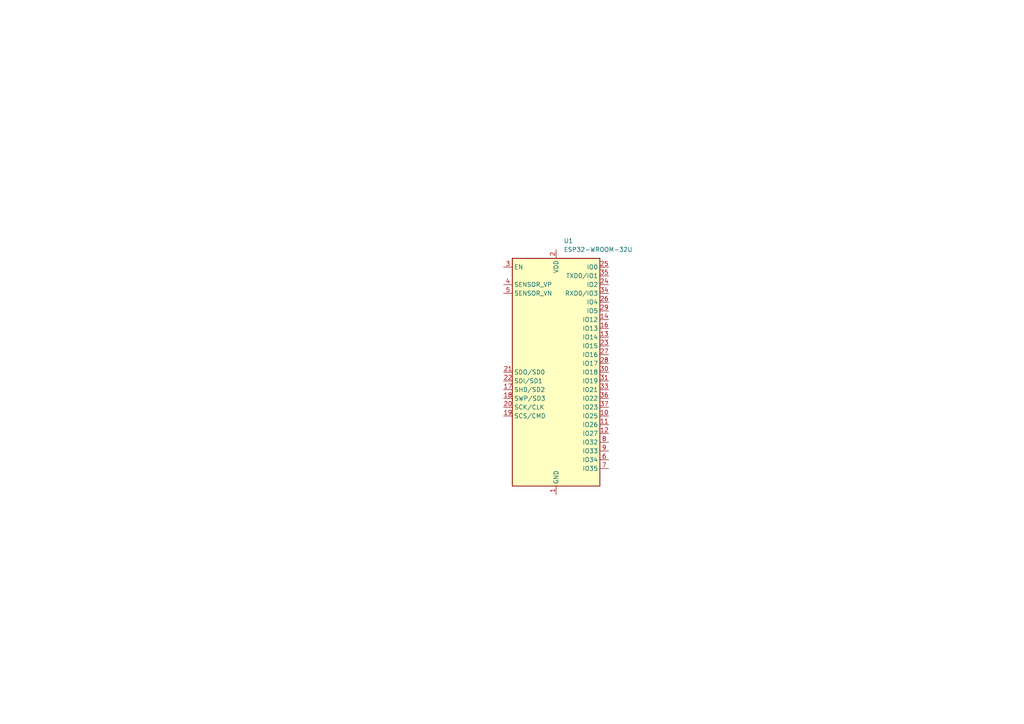
<source format=kicad_sch>
(kicad_sch (version 20231120) (generator "eeschema") (generator_version "8.0")
  (paper "A4")
  (lib_symbols
    (symbol "RF_Module:ESP32-WROOM-32U"
      (property "Reference" "U" (at -12.7 34.29 0))
      (property "Value" "ESP32-WROOM-32U" (at 1.27 34.29 0))
      (symbol "ESP32-WROOM-32U_0_1"
        (rectangle (start -12.7 33.02) (end 12.7 -33.02) (stroke (width 0.254)) (fill (type background)))
      )
      (symbol "ESP32-WROOM-32U_1_1"
        (pin power_in line (at 0 -35.56 90) (length 2.54) (name "GND") (number "1"))
        (pin bidirectional line (at 15.24 -12.7 180) (length 2.54) (name "IO25") (number "10"))
        (pin bidirectional line (at 15.24 -15.24 180) (length 2.54) (name "IO26") (number "11"))
        (pin bidirectional line (at 15.24 -17.78 180) (length 2.54) (name "IO27") (number "12"))
        (pin bidirectional line (at 15.24 10.16 180) (length 2.54) (name "IO14") (number "13"))
        (pin bidirectional line (at 15.24 15.24 180) (length 2.54) (name "IO12") (number "14"))
        (pin passive line (at 0 -35.56 90) (length 2.54) hide (name "GND") (number "15"))
        (pin bidirectional line (at 15.24 12.7 180) (length 2.54) (name "IO13") (number "16"))
        (pin bidirectional line (at -15.24 -5.08 0) (length 2.54) (name "SHD/SD2") (number "17"))
        (pin bidirectional line (at -15.24 -7.62 0) (length 2.54) (name "SWP/SD3") (number "18"))
        (pin bidirectional line (at -15.24 -12.7 0) (length 2.54) (name "SCS/CMD") (number "19"))
        (pin power_in line (at 0 35.56 270) (length 2.54) (name "VDD") (number "2"))
        (pin bidirectional line (at -15.24 -10.16 0) (length 2.54) (name "SCK/CLK") (number "20"))
        (pin bidirectional line (at -15.24 0 0) (length 2.54) (name "SDO/SD0") (number "21"))
        (pin bidirectional line (at -15.24 -2.54 0) (length 2.54) (name "SDI/SD1") (number "22"))
        (pin bidirectional line (at 15.24 7.62 180) (length 2.54) (name "IO15") (number "23"))
        (pin bidirectional line (at 15.24 25.4 180) (length 2.54) (name "IO2") (number "24"))
        (pin bidirectional line (at 15.24 30.48 180) (length 2.54) (name "IO0") (number "25"))
        (pin bidirectional line (at 15.24 20.32 180) (length 2.54) (name "IO4") (number "26"))
        (pin bidirectional line (at 15.24 5.08 180) (length 2.54) (name "IO16") (number "27"))
        (pin bidirectional line (at 15.24 2.54 180) (length 2.54) (name "IO17") (number "28"))
        (pin bidirectional line (at 15.24 17.78 180) (length 2.54) (name "IO5") (number "29"))
        (pin input line (at -15.24 30.48 0) (length 2.54) (name "EN") (number "3"))
        (pin bidirectional line (at 15.24 0 180) (length 2.54) (name "IO18") (number "30"))
        (pin bidirectional line (at 15.24 -2.54 180) (length 2.54) (name "IO19") (number "31"))
        (pin no_connect line (at -12.7 -27.94 0) (length 2.54) hide (name "NC") (number "32"))
        (pin bidirectional line (at 15.24 -5.08 180) (length 2.54) (name "IO21") (number "33"))
        (pin bidirectional line (at 15.24 22.86 180) (length 2.54) (name "RXD0/IO3") (number "34"))
        (pin bidirectional line (at 15.24 27.94 180) (length 2.54) (name "TXD0/IO1") (number "35"))
        (pin bidirectional line (at 15.24 -7.62 180) (length 2.54) (name "IO22") (number "36"))
        (pin bidirectional line (at 15.24 -10.16 180) (length 2.54) (name "IO23") (number "37"))
        (pin passive line (at 0 -35.56 90) (length 2.54) hide (name "GND") (number "38"))
        (pin passive line (at 0 -35.56 90) (length 2.54) hide (name "GND") (number "39"))
        (pin input line (at -15.24 25.4 0) (length 2.54) (name "SENSOR_VP") (number "4"))
        (pin input line (at -15.24 22.86 0) (length 2.54) (name "SENSOR_VN") (number "5"))
        (pin input line (at 15.24 -25.4 180) (length 2.54) (name "IO34") (number "6"))
        (pin input line (at 15.24 -27.94 180) (length 2.54) (name "IO35") (number "7"))
        (pin bidirectional line (at 15.24 -20.32 180) (length 2.54) (name "IO32") (number "8"))
        (pin bidirectional line (at 15.24 -22.86 180) (length 2.54) (name "IO33") (number "9"))
      )
    )
  )
  (symbol (lib_id "RF_Module:ESP32-WROOM-32U") (at 161.29 107.95 0) (unit 1)
    (property "Reference" "U1" (at 163.4841 69.85 0) (effects (justify left)))
    (property "Value" "ESP32-WROOM-32U" (at 163.4841 72.39 0) (effects (justify left)))
    (property "Footprint" "RF_Module:ESP32-WROOM-32U" (effects (hide yes)))
    (property "Datasheet" "https://www.espressif.com/sites/default/files/documentation/esp32-wroom-32d_esp32-wroom-32u_datasheet_en.pdf" (effects (hide yes)))
    (property "Description" "RF Module, ESP32-D0WD SoC, Wi-Fi 802.11b/g/n, Bluetooth, BLE, 32-bit, 2.7-3.6V, external antenna, SMD" (effects (hide yes)))
  )
)
</source>
